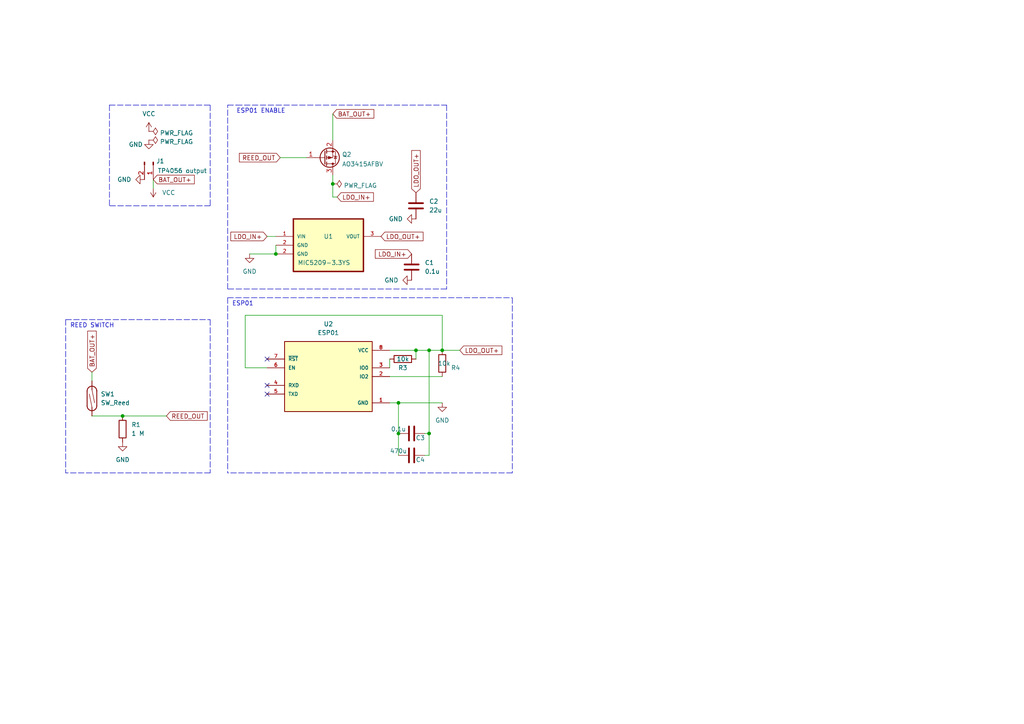
<source format=kicad_sch>
(kicad_sch (version 20211123) (generator eeschema)
  (paper "A4")
  (title_block (title "Door Sensor") (date "2022-03-06") (rev "v2") (company "Amitesh Singh"))
  (lib_symbols
    (symbol "Connector:Conn_01x02_Male" (pin_names (offset 1.016) hide)
      (property "Reference" "J" (at 0 2.54 0))
      (property "Value" "Conn_01x02_Male" (at 0 -5.08 0))
      (symbol "Conn_01x02_Male_1_1"
        (polyline (pts (xy 1.27 -2.54) (xy 0.8636 -2.54)) (stroke (width 0.1524)))
        (polyline (pts (xy 1.27 0) (xy 0.8636 0)) (stroke (width 0.1524)))
        (rectangle (start 0.8636 -2.413) (end 0 -2.667) (stroke (width 0.1524)) (fill (type outline)))
        (rectangle (start 0.8636 0.127) (end 0 -0.127) (stroke (width 0.1524)) (fill (type outline)))
        (pin passive line (at 5.08 0 180) (length 3.81) (name "Pin_1") (number "1"))
        (pin passive line (at 5.08 -2.54 180) (length 3.81) (name "Pin_2") (number "2"))
      )
    )
    (symbol "Device:C" (pin_numbers hide) (pin_names (offset 0.254))
      (property "Reference" "C" (at 0.635 2.54 0))
      (property "Value" "C" (at 0.635 -2.54 0))
      (symbol "C_0_1"
        (polyline (pts (xy -2.032 -0.762) (xy 2.032 -0.762)) (stroke (width 0.508)))
        (polyline (pts (xy -2.032 0.762) (xy 2.032 0.762)) (stroke (width 0.508)))
      )
      (symbol "C_1_1"
        (pin passive line (at 0 3.81 270) (length 2.794) (name "~") (number "1"))
        (pin passive line (at 0 -3.81 90) (length 2.794) (name "~") (number "2"))
      )
    )
    (symbol "Device:R" (pin_numbers hide) (pin_names (offset 0))
      (property "Reference" "R" (at 2.032 0 90))
      (property "Value" "R" (at 0 0 90))
      (symbol "R_0_1"
        (rectangle (start -1.016 -2.54) (end 1.016 2.54) (stroke (width 0.254)))
      )
      (symbol "R_1_1"
        (pin passive line (at 0 3.81 270) (length 1.27) (name "~") (number "1"))
        (pin passive line (at 0 -3.81 90) (length 1.27) (name "~") (number "2"))
      )
    )
    (symbol "Switch:SW_Reed" (pin_numbers hide) (pin_names (offset 0) hide)
      (property "Reference" "SW" (at 0 2.54 0))
      (property "Value" "SW_Reed" (at 0 -2.54 0))
      (symbol "SW_Reed_0_0"
        (arc (start -2.159 1.397) (mid -3.556 0) (end -2.159 -1.397) (stroke (width 0.254)))
        (polyline (pts (xy -2.54 0) (xy 1.27 0.762)))
        (polyline (pts (xy -2.159 -1.397) (xy 2.286 -1.397)) (stroke (width 0.254)))
        (polyline (pts (xy 2.159 1.397) (xy -2.159 1.397)) (stroke (width 0.254)))
        (polyline (pts (xy 2.54 0) (xy -1.27 -0.762)))
        (arc (start 2.159 -1.397) (mid 3.556 0) (end 2.159 1.397) (stroke (width 0.254)))
      )
      (symbol "SW_Reed_1_1"
        (pin passive line (at -5.08 0 0) (length 2.54) (name "1") (number "1"))
        (pin passive line (at 5.08 0 180) (length 2.54) (name "2") (number "2"))
      )
    )
    (symbol "Transistor_FET:AO3401A" (pin_names hide)
      (property "Reference" "Q" (at 5.08 1.905 0))
      (property "Value" "AO3401A" (at 5.08 0 0))
      (symbol "AO3401A_0_1"
        (polyline (pts (xy 0.254 0) (xy -2.54 0)))
        (polyline (pts (xy 0.254 1.905) (xy 0.254 -1.905)) (stroke (width 0.254)))
        (polyline (pts (xy 0.762 -1.27) (xy 0.762 -2.286)) (stroke (width 0.254)))
        (polyline (pts (xy 0.762 0.508) (xy 0.762 -0.508)) (stroke (width 0.254)))
        (polyline (pts (xy 0.762 2.286) (xy 0.762 1.27)) (stroke (width 0.254)))
        (polyline (pts (xy 2.54 2.54) (xy 2.54 1.778)))
        (polyline (pts (xy 2.54 -2.54) (xy 2.54 0) (xy 0.762 0)))
        (polyline (pts (xy 0.762 1.778) (xy 3.302 1.778) (xy 3.302 -1.778) (xy 0.762 -1.778)))
        (polyline (pts (xy 2.286 0) (xy 1.27 0.381) (xy 1.27 -0.381) (xy 2.286 0)) (fill (type outline)))
        (polyline (pts (xy 2.794 -0.508) (xy 2.921 -0.381) (xy 3.683 -0.381) (xy 3.81 -0.254)))
        (polyline (pts (xy 3.302 -0.381) (xy 2.921 0.254) (xy 3.683 0.254) (xy 3.302 -0.381)))
        (circle (center 1.651 0) (radius 2.794) (stroke (width 0.254)))
        (circle (center 2.54 -1.778) (radius 0.254) (fill (type outline)))
        (circle (center 2.54 1.778) (radius 0.254) (fill (type outline)))
      )
      (symbol "AO3401A_1_1"
        (pin input line (at -5.08 0 0) (length 2.54) (name "G") (number "1"))
        (pin passive line (at 2.54 -5.08 90) (length 2.54) (name "S") (number "2"))
        (pin passive line (at 2.54 5.08 270) (length 2.54) (name "D") (number "3"))
      )
    )
    (symbol "mic5209:MIC5209-3.3YS" (pin_names (offset 1.016))
      (property "Reference" "U" (at -4.7498 6.477 0))
      (property "Value" "MIC5209-3.3YS" (at -5.9436 -13.4112 0))
      (symbol "MIC5209-3.3YS_0_0"
        (rectangle (start -10.16 -10.16) (end 10.16 5.08) (stroke (width 0.4064)) (fill (type background)))
        (pin power_in line (at -15.24 0 0) (length 5.08) (name "VIN") (number "1"))
        (pin passive line (at -15.24 -5.08 0) (length 5.08) (name "GND") (number "2"))
        (pin passive line (at -15.24 -2.54 0) (length 5.08) (name "GND") (number "2"))
        (pin power_out line (at 15.24 0 180) (length 5.08) (name "VOUT") (number "3"))
      )
    )
    (symbol "my_esp01:ESP01" (pin_names (offset 1.016))
      (property "Reference" "U" (at -12.7 10.668 0))
      (property "Value" "ESP01" (at -3.81 -12.7 0))
      (symbol "ESP01_0_0"
        (rectangle (start -12.7 -10.16) (end 12.7 10.16) (stroke (width 0.254)) (fill (type background)))
        (pin power_in line (at 17.78 -7.62 180) (length 5.08) (name "GND") (number "1"))
        (pin bidirectional line (at 17.78 0 180) (length 5.08) (name "IO2") (number "2"))
        (pin bidirectional line (at 17.78 2.54 180) (length 5.08) (name "IO0") (number "3"))
        (pin input line (at -17.78 -2.54 0) (length 5.08) (name "RXD") (number "4"))
        (pin output line (at -17.78 -5.08 0) (length 5.08) (name "TXD") (number "5"))
        (pin input line (at -17.78 2.54 0) (length 5.08) (name "EN") (number "6"))
        (pin input line (at -17.78 5.08 0) (length 5.08) (name "~{RST}") (number "7"))
        (pin power_in line (at 17.78 7.62 180) (length 5.08) (name "VCC") (number "8"))
      )
    )
    (symbol "power:GND" (power) (pin_names (offset 0))
      (property "Value" "GND" (at 0 -3.81 0))
      (symbol "GND_0_1"
        (polyline (pts (xy 0 0) (xy 0 -1.27) (xy 1.27 -1.27) (xy 0 -2.54) (xy -1.27 -1.27) (xy 0 -1.27)))
      )
      (symbol "GND_1_1"
        (pin power_in line (at 0 0 270) (length 0) hide (name "GND") (number "1"))
      )
    )
    (symbol "power:PWR_FLAG" (power) (pin_numbers hide) (pin_names (offset 0) hide)
      (property "Value" "PWR_FLAG" (at 0 3.81 0))
      (symbol "PWR_FLAG_0_0"
        (pin power_out line (at 0 0 90) (length 0) (name "pwr") (number "1"))
      )
      (symbol "PWR_FLAG_0_1"
        (polyline (pts (xy 0 0) (xy 0 1.27) (xy -1.016 1.905) (xy 0 2.54) (xy 1.016 1.905) (xy 0 1.27)))
      )
    )
    (symbol "power:VCC" (power) (pin_names (offset 0))
      (property "Value" "VCC" (at 0 3.81 0))
      (symbol "VCC_0_1"
        (polyline (pts (xy -0.762 1.27) (xy 0 2.54)))
        (polyline (pts (xy 0 0) (xy 0 2.54)))
        (polyline (pts (xy 0 2.54) (xy 0.762 1.27)))
      )
      (symbol "VCC_1_1"
        (pin power_in line (at 0 0 90) (length 0) hide (name "VCC") (number "1"))
      )
    )
  )
  (junction (at 124.46 125.73))
  (junction (at 124.46 101.6))
  (junction (at 35.56 120.65))
  (junction (at 115.57 125.73))
  (junction (at 115.57 116.84))
  (junction (at 128.27 101.6))
  (junction (at 120.65 101.6))
  (junction (at 96.52 53.34))
  (junction (at 80.01 73.66))
  (no_connect (at 77.47 111.76))
  (no_connect (at 77.47 104.14))
  (no_connect (at 77.47 114.3))
  (wire (pts (xy 96.52 53.34) (xy 96.52 57.15)))
  (polyline (pts (xy 60.96 30.48) (xy 60.96 59.69)))
  (wire (pts (xy 26.67 120.65) (xy 35.56 120.65)))
  (wire (pts (xy 26.67 107.95) (xy 26.67 110.49)))
  (polyline (pts (xy 68.58 30.48) (xy 129.54 30.48)))
  (polyline (pts (xy 129.54 30.48) (xy 129.54 83.82)))
  (polyline (pts (xy 31.75 30.48) (xy 31.75 59.69)))
  (wire (pts (xy 80.01 71.12) (xy 80.01 73.66)))
  (wire (pts (xy 71.12 106.68) (xy 71.12 91.44)))
  (polyline (pts (xy 19.05 92.71) (xy 60.96 92.71)))
  (polyline (pts (xy 148.59 137.16) (xy 66.04 137.16)))
  (polyline (pts (xy 60.96 59.69) (xy 31.75 59.69)))
  (wire (pts (xy 71.12 91.44) (xy 128.27 91.44)))
  (wire (pts (xy 128.27 101.6) (xy 133.35 101.6)))
  (wire (pts (xy 120.65 101.6) (xy 124.46 101.6)))
  (wire (pts (xy 115.57 125.73) (xy 115.57 132.08)))
  (wire (pts (xy 81.28 45.72) (xy 88.9 45.72)))
  (wire (pts (xy 113.03 101.6) (xy 120.65 101.6)))
  (wire (pts (xy 115.57 125.73) (xy 115.57 116.84)))
  (wire (pts (xy 113.03 104.14) (xy 113.03 106.68)))
  (wire (pts (xy 124.46 101.6) (xy 124.46 125.73)))
  (wire (pts (xy 77.47 106.68) (xy 71.12 106.68)))
  (wire (pts (xy 113.03 116.84) (xy 115.57 116.84)))
  (wire (pts (xy 96.52 33.02) (xy 96.52 40.64)))
  (polyline (pts (xy 60.96 137.16) (xy 19.05 137.16)))
  (polyline (pts (xy 60.96 92.71) (xy 60.96 137.16)))
  (wire (pts (xy 35.56 120.65) (xy 48.26 120.65)))
  (polyline (pts (xy 66.04 86.36) (xy 66.04 137.16)))
  (polyline (pts (xy 31.75 30.48) (xy 60.96 30.48)))
  (polyline (pts (xy 129.54 83.82) (xy 66.04 83.82)))
  (polyline (pts (xy 19.05 92.71) (xy 19.05 137.16)))
  (wire (pts (xy 72.39 73.66) (xy 80.01 73.66)))
  (wire (pts (xy 96.52 50.8) (xy 96.52 53.34)))
  (wire (pts (xy 96.52 57.15) (xy 97.79 57.15)))
  (wire (pts (xy 77.47 68.58) (xy 80.01 68.58)))
  (wire (pts (xy 113.03 109.22) (xy 128.27 109.22)))
  (wire (pts (xy 124.46 132.08) (xy 123.19 132.08)))
  (wire (pts (xy 123.19 125.73) (xy 124.46 125.73)))
  (wire (pts (xy 115.57 116.84) (xy 128.27 116.84)))
  (polyline (pts (xy 66.04 83.82) (xy 66.04 30.48)))
  (wire (pts (xy 128.27 91.44) (xy 128.27 101.6)))
  (wire (pts (xy 44.45 52.07) (xy 44.45 54.61)))
  (wire (pts (xy 120.65 101.6) (xy 120.65 104.14)))
  (wire (pts (xy 124.46 125.73) (xy 124.46 132.08)))
  (polyline (pts (xy 66.04 30.48) (xy 68.58 30.48)))
  (polyline (pts (xy 66.04 86.36) (xy 148.59 86.36)))
  (wire (pts (xy 124.46 101.6) (xy 128.27 101.6)))
  (polyline (pts (xy 148.59 86.36) (xy 148.59 137.16)))
  (text "ESP01\n" (at 67.31 88.9 0) (effects (font (size 1.27 1.27)) (justify left bottom)))
  (text "REED SWITCH\n" (at 20.32 95.25 0) (effects (font (size 1.27 1.27)) (justify left bottom)))
  (text "ESP01 ENABLE\n" (at 68.58 33.02 0) (effects (font (size 1.27 1.27)) (justify left bottom)))
  (global_label "LDO_OUT+" (shape input) (at 120.65 55.88 90) (property "Intersheet References" "${INTERSHEET_REFS}" (effects hide)))
  (global_label "REED_OUT" (shape input) (at 48.26 120.65 0) (property "Intersheet References" "${INTERSHEET_REFS}" (effects hide)))
  (global_label "BAT_OUT+" (shape input) (at 26.67 107.95 90) (property "Intersheet References" "${INTERSHEET_REFS}" (effects hide)))
  (global_label "REED_OUT" (shape input) (at 81.28 45.72 180) (property "Intersheet References" "${INTERSHEET_REFS}" (effects hide)))
  (global_label "LDO_OUT+" (shape input) (at 133.35 101.6 0) (property "Intersheet References" "${INTERSHEET_REFS}" (effects hide)))
  (global_label "LDO_IN+" (shape input) (at 119.38 73.66 180) (property "Intersheet References" "${INTERSHEET_REFS}" (effects hide)))
  (global_label "LDO_IN+" (shape input) (at 97.79 57.15 0) (property "Intersheet References" "${INTERSHEET_REFS}" (effects hide)))
  (global_label "LDO_IN+" (shape input) (at 77.47 68.58 180) (property "Intersheet References" "${INTERSHEET_REFS}" (effects hide)))
  (global_label "BAT_OUT+" (shape input) (at 44.45 52.07 0) (property "Intersheet References" "${INTERSHEET_REFS}" (effects hide)))
  (global_label "LDO_OUT+" (shape input) (at 110.49 68.58 0) (property "Intersheet References" "${INTERSHEET_REFS}" (effects hide)))
  (global_label "BAT_OUT+" (shape input) (at 96.52 33.02 0) (property "Intersheet References" "${INTERSHEET_REFS}" (effects hide)))
  (symbol (lib_id "power:VCC") (at 43.18 38.1 0) (unit 1)
    (property "Reference" "#PWR02" (effects hide))
    (property "Value" "VCC" (at 43.18 33.02 0))
  )
  (symbol (lib_id "power:GND") (at 43.18 40.64 0) (unit 1)
    (property "Reference" "#PWR03" (effects hide))
    (property "Value" "GND" (at 39.37 41.91 0))
  )
  (symbol (lib_id "Device:C") (at 119.38 132.08 90) (unit 1)
    (property "Reference" "C4" (at 121.92 133.35 90))
    (property "Value" "470u" (at 115.57 130.81 90))
    (property "Footprint" "Capacitor_THT:C_Radial_D10.0mm_H12.5mm_P5.00mm" (effects hide))
  )
  (symbol (lib_id "Device:R") (at 35.56 124.46 0) (unit 1)
    (property "Reference" "R1" (at 38.1 123.1899 0) (effects (justify left)))
    (property "Value" "1 M" (at 38.1 125.7299 0) (effects (justify left)))
    (property "Footprint" "Resistor_SMD:R_0805_2012Metric_Pad1.20x1.40mm_HandSolder" (effects hide))
  )
  (symbol (lib_id "Connector:Conn_01x02_Male") (at 44.45 46.99 270) (unit 1)
    (property "Reference" "J1" (at 45.2882 46.7165 90) (effects (justify left)))
    (property "Value" "TP4056 output" (at 45.72 49.53 90) (effects (justify left)))
    (property "Footprint" "MY_ETCHING:PinSocket_1x02_P2.54mm_Vertical_ETCH" (effects hide))
  )
  (symbol (lib_id "power:GND") (at 119.38 81.28 270) (unit 1)
    (property "Reference" "#PWR07" (effects hide))
    (property "Value" "GND" (at 115.57 81.2799 90) (effects (justify right)))
  )
  (symbol (lib_id "power:VCC") (at 44.45 54.61 180) (unit 1)
    (property "Reference" "#PWR04" (effects hide))
    (property "Value" "VCC" (at 46.99 55.8799 0) (effects (justify right)))
  )
  (symbol (lib_id "power:PWR_FLAG") (at 43.18 40.64 270) (unit 1)
    (property "Reference" "#FLG02" (effects hide))
    (property "Value" "PWR_FLAG" (at 46.355 41.119 90) (effects (justify left)))
  )
  (symbol (lib_id "Device:R") (at 128.27 105.41 0) (unit 1)
    (property "Reference" "R4" (at 130.81 106.68 0) (effects (justify left)))
    (property "Value" "10k" (at 127 105.41 0) (effects (justify left)))
    (property "Footprint" "Resistor_SMD:R_0805_2012Metric_Pad1.20x1.40mm_HandSolder" (effects hide))
  )
  (symbol (lib_id "my_esp01:ESP01") (at 95.25 109.22 0) (unit 1)
    (property "Reference" "U2" (at 95.25 93.98 0))
    (property "Value" "ESP01" (at 95.25 96.52 0))
    (property "Footprint" "ESP01:XCVR_ESP8266-01_ESP-01" (effects hide))
    (property "PARTREV" "V1.2" (effects hide))
    (property "STANDARD" "Manufacturer recommendations or IPC 7351B" (effects hide))
    (property "MAXIMUM_PACKAGE_HEIGHT" "11.2 mm" (effects hide))
    (property "MANUFACTURER" "ESPRESSIF" (effects hide))
  )
  (symbol (lib_id "power:GND") (at 72.39 73.66 0) (unit 1)
    (property "Reference" "#PWR06" (effects hide))
    (property "Value" "GND" (at 72.39 78.74 0))
  )
  (symbol (lib_id "power:GND") (at 35.56 128.27 0) (unit 1)
    (property "Reference" "#PWR05" (effects hide))
    (property "Value" "GND" (at 35.56 133.35 0))
  )
  (symbol (lib_id "power:GND") (at 41.91 52.07 270) (unit 1)
    (property "Reference" "#PWR01" (effects hide))
    (property "Value" "GND" (at 38.1 52.07 90) (effects (justify right)))
  )
  (symbol (lib_id "Device:C") (at 120.65 59.69 0) (unit 1)
    (property "Reference" "C2" (at 124.46 58.4199 0) (effects (justify left)))
    (property "Value" "22u" (at 124.46 60.9599 0) (effects (justify left)))
    (property "Footprint" "Capacitor_SMD:C_0805_2012Metric_Pad1.18x1.45mm_HandSolder" (effects hide))
  )
  (symbol (lib_id "power:GND") (at 128.27 116.84 0) (unit 1)
    (property "Reference" "#PWR09" (effects hide))
    (property "Value" "GND" (at 128.27 121.92 0))
  )
  (symbol (lib_id "power:GND") (at 120.65 63.5 270) (unit 1)
    (property "Reference" "#PWR08" (effects hide))
    (property "Value" "GND" (at 116.84 63.4999 90) (effects (justify right)))
  )
  (symbol (lib_id "Device:R") (at 116.84 104.14 90) (unit 1)
    (property "Reference" "R3" (at 116.84 106.68 90))
    (property "Value" "10k" (at 116.84 104.14 90))
    (property "Footprint" "Resistor_SMD:R_0805_2012Metric_Pad1.20x1.40mm_HandSolder" (effects hide))
  )
  (symbol (lib_id "mic5209:MIC5209-3.3YS") (at 95.25 68.58 0) (unit 1)
    (property "Reference" "U1" (at 95.25 68.58 0))
    (property "Value" "MIC5209-3.3YS" (at 93.98 76.2 0))
    (property "Footprint" "Package_TO_SOT_SMD:SOT-223-3_TabPin2" (effects hide))
    (property "SUPPLIER" "Microchip" (effects hide))
    (property "PACKAGE" "SOT223-3" (effects hide))
  )
  (symbol (lib_id "power:PWR_FLAG") (at 43.18 38.1 270) (unit 1)
    (property "Reference" "#FLG01" (effects hide))
    (property "Value" "PWR_FLAG" (at 46.355 38.579 90) (effects (justify left)))
  )
  (symbol (lib_id "Switch:SW_Reed") (at 26.67 115.57 90) (unit 1)
    (property "Reference" "SW1" (at 29.21 114.2999 90) (effects (justify right)))
    (property "Value" "SW_Reed" (at 29.21 116.8399 90) (effects (justify right)))
    (property "Footprint" "Button_Switch_SMD:SW_SPST_REED_CT05-XXXX-G1" (effects hide))
  )
  (symbol (lib_id "Device:C") (at 119.38 77.47 0) (unit 1)
    (property "Reference" "C1" (at 123.19 76.1999 0) (effects (justify left)))
    (property "Value" "0.1u" (at 123.19 78.7399 0) (effects (justify left)))
    (property "Footprint" "Capacitor_SMD:C_0805_2012Metric_Pad1.18x1.45mm_HandSolder" (effects hide))
  )
  (symbol (lib_id "Device:C") (at 119.38 125.73 90) (unit 1)
    (property "Reference" "C3" (at 121.92 127 90))
    (property "Value" "0.1u" (at 115.57 124.46 90))
    (property "Footprint" "Capacitor_SMD:C_0805_2012Metric_Pad1.18x1.45mm_HandSolder" (effects hide))
  )
  (symbol (lib_id "power:PWR_FLAG") (at 96.52 53.34 270) (unit 1)
    (property "Reference" "#FLG0101" (effects hide))
    (property "Value" "PWR_FLAG" (at 99.695 53.819 90) (effects (justify left)))
  )
  (symbol (lib_id "Transistor_FET:AO3401A") (at 93.98 45.72 0) (mirror x) (unit 1)
    (property "Reference" "Q2" (at 99.187 44.8115 0) (effects (justify left)))
    (property "Value" "AO3415AFBV" (at 99.187 47.5866 0) (effects (justify left)))
    (property "Footprint" "Package_TO_SOT_SMD:SOT-23_Handsoldering" (effects hide))
    (property "Datasheet" "http://www.aosmd.com/pdfs/datasheet/AO3401A.pdf" (effects hide))
  )
)
</source>
